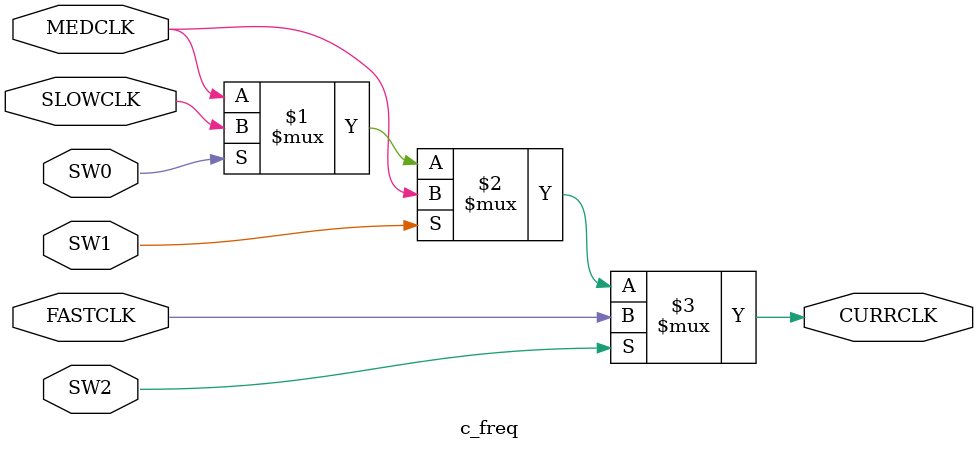
<source format=v>
`timescale 1ns / 1ps


module c_freq(
    input SW0,
    input SW1,
    input SW2,
    input SLOWCLK,
    input MEDCLK,
    input FASTCLK,
    output CURRCLK
    );
    
    assign CURRCLK = SW2 ? FASTCLK : (SW1 ? MEDCLK : (SW0 ? SLOWCLK : MEDCLK));
endmodule

</source>
